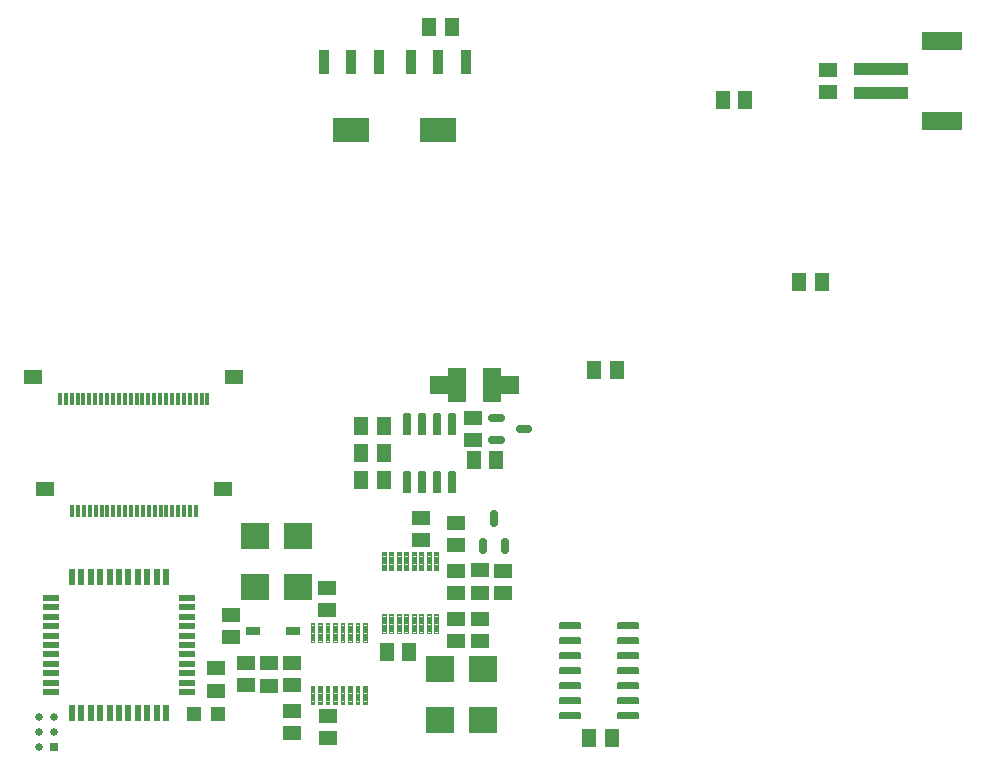
<source format=gbr>
G04 EAGLE Gerber RS-274X export*
G75*
%MOMM*%
%FSLAX34Y34*%
%LPD*%
%INSolderpaste Top*%
%IPPOS*%
%AMOC8*
5,1,8,0,0,1.08239X$1,22.5*%
G01*
%ADD10R,1.300000X1.500000*%
%ADD11R,0.300000X1.000000*%
%ADD12R,1.650000X1.300000*%
%ADD13R,0.508000X1.473200*%
%ADD14R,1.473200X0.508000*%
%ADD15R,1.200000X1.200000*%
%ADD16R,1.600000X1.300000*%
%ADD17C,0.150000*%
%ADD18R,1.300000X1.600000*%
%ADD19C,0.635000*%
%ADD20R,0.635000X0.635000*%
%ADD21R,1.526859X1.500372*%
%ADD22R,1.499759X1.500078*%
%ADD23R,1.500000X3.000000*%
%ADD24C,0.650000*%
%ADD25R,1.500000X1.300000*%
%ADD26R,4.600000X1.000000*%
%ADD27R,3.400000X1.600000*%
%ADD28R,0.950000X2.150000*%
%ADD29R,3.150000X2.150000*%
%ADD30C,0.102500*%
%ADD31R,2.413000X2.260600*%
%ADD32R,1.150000X0.800000*%


D10*
X722020Y407670D03*
X741020Y407670D03*
X548284Y332994D03*
X567284Y332994D03*
D11*
X211250Y213360D03*
D12*
X234000Y232360D03*
X83500Y232360D03*
D11*
X206250Y213360D03*
X201250Y213360D03*
X196250Y213360D03*
X191250Y213360D03*
X186250Y213360D03*
X181250Y213360D03*
X176250Y213360D03*
X171250Y213360D03*
X166250Y213360D03*
X161250Y213360D03*
X156250Y213360D03*
X151250Y213360D03*
X146250Y213360D03*
X141250Y213360D03*
X136250Y213360D03*
X131250Y213360D03*
X126250Y213360D03*
X121250Y213360D03*
X116250Y213360D03*
X111250Y213360D03*
X106250Y213360D03*
X220940Y308250D03*
X215940Y308250D03*
X210940Y308250D03*
X205940Y308250D03*
X200940Y308250D03*
X195940Y308250D03*
X190940Y308250D03*
X185940Y308250D03*
X180940Y308250D03*
X175940Y308250D03*
X170940Y308250D03*
X165940Y308250D03*
X160940Y308250D03*
X155940Y308250D03*
X150940Y308250D03*
X145940Y308250D03*
X140940Y308250D03*
X135940Y308250D03*
X130940Y308250D03*
X125940Y308250D03*
X120940Y308250D03*
X115940Y308250D03*
X110940Y308250D03*
X105940Y308250D03*
X100940Y308250D03*
X95940Y308250D03*
D12*
X243440Y327250D03*
X73440Y327250D03*
D13*
X106172Y42926D03*
X114046Y42926D03*
X122174Y42926D03*
X130048Y42926D03*
X138176Y42926D03*
X146050Y42926D03*
X153924Y42926D03*
X162052Y42926D03*
X169926Y42926D03*
X178054Y42926D03*
X185928Y42926D03*
D14*
X203454Y60452D03*
X203454Y68326D03*
X203454Y76454D03*
X203454Y84328D03*
X203454Y92456D03*
X203454Y100330D03*
X203454Y108204D03*
X203454Y116332D03*
X203454Y124206D03*
X203454Y132334D03*
X203454Y140208D03*
D13*
X185928Y157734D03*
X178054Y157734D03*
X169926Y157734D03*
X162052Y157734D03*
X153924Y157734D03*
X146050Y157734D03*
X138176Y157734D03*
X130048Y157734D03*
X122174Y157734D03*
X114046Y157734D03*
X106172Y157734D03*
D14*
X88646Y140208D03*
X88646Y132334D03*
X88646Y124206D03*
X88646Y116332D03*
X88646Y108204D03*
X88646Y100330D03*
X88646Y92456D03*
X88646Y84328D03*
X88646Y76454D03*
X88646Y68326D03*
X88646Y60452D03*
D15*
X230210Y41910D03*
X209210Y41910D03*
D16*
X228600Y61620D03*
X228600Y80620D03*
D17*
X392140Y229590D02*
X392140Y247090D01*
X392140Y229590D02*
X387640Y229590D01*
X387640Y247090D01*
X392140Y247090D01*
X392140Y231015D02*
X387640Y231015D01*
X387640Y232440D02*
X392140Y232440D01*
X392140Y233865D02*
X387640Y233865D01*
X387640Y235290D02*
X392140Y235290D01*
X392140Y236715D02*
X387640Y236715D01*
X387640Y238140D02*
X392140Y238140D01*
X392140Y239565D02*
X387640Y239565D01*
X387640Y240990D02*
X392140Y240990D01*
X392140Y242415D02*
X387640Y242415D01*
X387640Y243840D02*
X392140Y243840D01*
X392140Y245265D02*
X387640Y245265D01*
X387640Y246690D02*
X392140Y246690D01*
X404840Y247090D02*
X404840Y229590D01*
X400340Y229590D01*
X400340Y247090D01*
X404840Y247090D01*
X404840Y231015D02*
X400340Y231015D01*
X400340Y232440D02*
X404840Y232440D01*
X404840Y233865D02*
X400340Y233865D01*
X400340Y235290D02*
X404840Y235290D01*
X404840Y236715D02*
X400340Y236715D01*
X400340Y238140D02*
X404840Y238140D01*
X404840Y239565D02*
X400340Y239565D01*
X400340Y240990D02*
X404840Y240990D01*
X404840Y242415D02*
X400340Y242415D01*
X400340Y243840D02*
X404840Y243840D01*
X404840Y245265D02*
X400340Y245265D01*
X400340Y246690D02*
X404840Y246690D01*
X417540Y247090D02*
X417540Y229590D01*
X413040Y229590D01*
X413040Y247090D01*
X417540Y247090D01*
X417540Y231015D02*
X413040Y231015D01*
X413040Y232440D02*
X417540Y232440D01*
X417540Y233865D02*
X413040Y233865D01*
X413040Y235290D02*
X417540Y235290D01*
X417540Y236715D02*
X413040Y236715D01*
X413040Y238140D02*
X417540Y238140D01*
X417540Y239565D02*
X413040Y239565D01*
X413040Y240990D02*
X417540Y240990D01*
X417540Y242415D02*
X413040Y242415D01*
X413040Y243840D02*
X417540Y243840D01*
X417540Y245265D02*
X413040Y245265D01*
X413040Y246690D02*
X417540Y246690D01*
X430240Y247090D02*
X430240Y229590D01*
X425740Y229590D01*
X425740Y247090D01*
X430240Y247090D01*
X430240Y231015D02*
X425740Y231015D01*
X425740Y232440D02*
X430240Y232440D01*
X430240Y233865D02*
X425740Y233865D01*
X425740Y235290D02*
X430240Y235290D01*
X430240Y236715D02*
X425740Y236715D01*
X425740Y238140D02*
X430240Y238140D01*
X430240Y239565D02*
X425740Y239565D01*
X425740Y240990D02*
X430240Y240990D01*
X430240Y242415D02*
X425740Y242415D01*
X425740Y243840D02*
X430240Y243840D01*
X430240Y245265D02*
X425740Y245265D01*
X425740Y246690D02*
X430240Y246690D01*
X430240Y278690D02*
X430240Y296190D01*
X430240Y278690D02*
X425740Y278690D01*
X425740Y296190D01*
X430240Y296190D01*
X430240Y280115D02*
X425740Y280115D01*
X425740Y281540D02*
X430240Y281540D01*
X430240Y282965D02*
X425740Y282965D01*
X425740Y284390D02*
X430240Y284390D01*
X430240Y285815D02*
X425740Y285815D01*
X425740Y287240D02*
X430240Y287240D01*
X430240Y288665D02*
X425740Y288665D01*
X425740Y290090D02*
X430240Y290090D01*
X430240Y291515D02*
X425740Y291515D01*
X425740Y292940D02*
X430240Y292940D01*
X430240Y294365D02*
X425740Y294365D01*
X425740Y295790D02*
X430240Y295790D01*
X417540Y296190D02*
X417540Y278690D01*
X413040Y278690D01*
X413040Y296190D01*
X417540Y296190D01*
X417540Y280115D02*
X413040Y280115D01*
X413040Y281540D02*
X417540Y281540D01*
X417540Y282965D02*
X413040Y282965D01*
X413040Y284390D02*
X417540Y284390D01*
X417540Y285815D02*
X413040Y285815D01*
X413040Y287240D02*
X417540Y287240D01*
X417540Y288665D02*
X413040Y288665D01*
X413040Y290090D02*
X417540Y290090D01*
X417540Y291515D02*
X413040Y291515D01*
X413040Y292940D02*
X417540Y292940D01*
X417540Y294365D02*
X413040Y294365D01*
X413040Y295790D02*
X417540Y295790D01*
X404840Y296190D02*
X404840Y278690D01*
X400340Y278690D01*
X400340Y296190D01*
X404840Y296190D01*
X404840Y280115D02*
X400340Y280115D01*
X400340Y281540D02*
X404840Y281540D01*
X404840Y282965D02*
X400340Y282965D01*
X400340Y284390D02*
X404840Y284390D01*
X404840Y285815D02*
X400340Y285815D01*
X400340Y287240D02*
X404840Y287240D01*
X404840Y288665D02*
X400340Y288665D01*
X400340Y290090D02*
X404840Y290090D01*
X404840Y291515D02*
X400340Y291515D01*
X400340Y292940D02*
X404840Y292940D01*
X404840Y294365D02*
X400340Y294365D01*
X400340Y295790D02*
X404840Y295790D01*
X392140Y296190D02*
X392140Y278690D01*
X387640Y278690D01*
X387640Y296190D01*
X392140Y296190D01*
X392140Y280115D02*
X387640Y280115D01*
X387640Y281540D02*
X392140Y281540D01*
X392140Y282965D02*
X387640Y282965D01*
X387640Y284390D02*
X392140Y284390D01*
X392140Y285815D02*
X387640Y285815D01*
X387640Y287240D02*
X392140Y287240D01*
X392140Y288665D02*
X387640Y288665D01*
X387640Y290090D02*
X392140Y290090D01*
X392140Y291515D02*
X387640Y291515D01*
X387640Y292940D02*
X392140Y292940D01*
X392140Y294365D02*
X387640Y294365D01*
X387640Y295790D02*
X392140Y295790D01*
D18*
X351180Y285750D03*
X370180Y285750D03*
D17*
X568250Y42890D02*
X585750Y42890D01*
X585750Y38390D01*
X568250Y38390D01*
X568250Y42890D01*
X568250Y39815D02*
X585750Y39815D01*
X585750Y41240D02*
X568250Y41240D01*
X568250Y42665D02*
X585750Y42665D01*
X585750Y55590D02*
X568250Y55590D01*
X585750Y55590D02*
X585750Y51090D01*
X568250Y51090D01*
X568250Y55590D01*
X568250Y52515D02*
X585750Y52515D01*
X585750Y53940D02*
X568250Y53940D01*
X568250Y55365D02*
X585750Y55365D01*
X585750Y68290D02*
X568250Y68290D01*
X585750Y68290D02*
X585750Y63790D01*
X568250Y63790D01*
X568250Y68290D01*
X568250Y65215D02*
X585750Y65215D01*
X585750Y66640D02*
X568250Y66640D01*
X568250Y68065D02*
X585750Y68065D01*
X585750Y80990D02*
X568250Y80990D01*
X585750Y80990D02*
X585750Y76490D01*
X568250Y76490D01*
X568250Y80990D01*
X568250Y77915D02*
X585750Y77915D01*
X585750Y79340D02*
X568250Y79340D01*
X568250Y80765D02*
X585750Y80765D01*
X585750Y93690D02*
X568250Y93690D01*
X585750Y93690D02*
X585750Y89190D01*
X568250Y89190D01*
X568250Y93690D01*
X568250Y90615D02*
X585750Y90615D01*
X585750Y92040D02*
X568250Y92040D01*
X568250Y93465D02*
X585750Y93465D01*
X585750Y106390D02*
X568250Y106390D01*
X585750Y106390D02*
X585750Y101890D01*
X568250Y101890D01*
X568250Y106390D01*
X568250Y103315D02*
X585750Y103315D01*
X585750Y104740D02*
X568250Y104740D01*
X568250Y106165D02*
X585750Y106165D01*
X585750Y119090D02*
X568250Y119090D01*
X585750Y119090D02*
X585750Y114590D01*
X568250Y114590D01*
X568250Y119090D01*
X568250Y116015D02*
X585750Y116015D01*
X585750Y117440D02*
X568250Y117440D01*
X568250Y118865D02*
X585750Y118865D01*
X536650Y119090D02*
X519150Y119090D01*
X536650Y119090D02*
X536650Y114590D01*
X519150Y114590D01*
X519150Y119090D01*
X519150Y116015D02*
X536650Y116015D01*
X536650Y117440D02*
X519150Y117440D01*
X519150Y118865D02*
X536650Y118865D01*
X536650Y106390D02*
X519150Y106390D01*
X536650Y106390D02*
X536650Y101890D01*
X519150Y101890D01*
X519150Y106390D01*
X519150Y103315D02*
X536650Y103315D01*
X536650Y104740D02*
X519150Y104740D01*
X519150Y106165D02*
X536650Y106165D01*
X536650Y93690D02*
X519150Y93690D01*
X536650Y93690D02*
X536650Y89190D01*
X519150Y89190D01*
X519150Y93690D01*
X519150Y90615D02*
X536650Y90615D01*
X536650Y92040D02*
X519150Y92040D01*
X519150Y93465D02*
X536650Y93465D01*
X536650Y80990D02*
X519150Y80990D01*
X536650Y80990D02*
X536650Y76490D01*
X519150Y76490D01*
X519150Y80990D01*
X519150Y77915D02*
X536650Y77915D01*
X536650Y79340D02*
X519150Y79340D01*
X519150Y80765D02*
X536650Y80765D01*
X536650Y68290D02*
X519150Y68290D01*
X536650Y68290D02*
X536650Y63790D01*
X519150Y63790D01*
X519150Y68290D01*
X519150Y65215D02*
X536650Y65215D01*
X536650Y66640D02*
X519150Y66640D01*
X519150Y68065D02*
X536650Y68065D01*
X536650Y55590D02*
X519150Y55590D01*
X536650Y55590D02*
X536650Y51090D01*
X519150Y51090D01*
X519150Y55590D01*
X519150Y52515D02*
X536650Y52515D01*
X536650Y53940D02*
X519150Y53940D01*
X519150Y55365D02*
X536650Y55365D01*
X536650Y42890D02*
X519150Y42890D01*
X536650Y42890D02*
X536650Y38390D01*
X519150Y38390D01*
X519150Y42890D01*
X519150Y39815D02*
X536650Y39815D01*
X536650Y41240D02*
X519150Y41240D01*
X519150Y42665D02*
X536650Y42665D01*
D10*
X563220Y21590D03*
X544220Y21590D03*
D19*
X78740Y13970D03*
X78740Y26670D03*
X78740Y39370D03*
X91440Y39370D03*
X91440Y26670D03*
D20*
X91440Y13970D03*
D21*
X417156Y320673D03*
D22*
X477041Y320675D03*
D23*
X432040Y320675D03*
X462040Y320675D03*
D24*
X462270Y292710D02*
X469770Y292710D01*
X469770Y273710D02*
X462270Y273710D01*
X485270Y283210D02*
X492770Y283210D01*
D10*
X465430Y256540D03*
X446430Y256540D03*
D25*
X445770Y292710D03*
X445770Y273710D03*
D18*
X370180Y240030D03*
X351180Y240030D03*
X370180Y262890D03*
X351180Y262890D03*
D25*
X746760Y568350D03*
X746760Y587350D03*
D10*
X676250Y561340D03*
X657250Y561340D03*
D26*
X791040Y587850D03*
X791040Y567850D03*
D27*
X843040Y611850D03*
X843040Y543850D03*
D28*
X365900Y594150D03*
X342900Y594150D03*
X319900Y594150D03*
D29*
X342900Y536150D03*
D28*
X439560Y594150D03*
X416560Y594150D03*
X393560Y594150D03*
D29*
X416560Y536150D03*
D10*
X427940Y623720D03*
X408940Y623720D03*
D30*
X371743Y126118D02*
X371743Y110742D01*
X368667Y110742D01*
X368667Y126118D01*
X371743Y126118D01*
X371743Y111716D02*
X368667Y111716D01*
X368667Y112690D02*
X371743Y112690D01*
X371743Y113664D02*
X368667Y113664D01*
X368667Y114638D02*
X371743Y114638D01*
X371743Y115612D02*
X368667Y115612D01*
X368667Y116586D02*
X371743Y116586D01*
X371743Y117560D02*
X368667Y117560D01*
X368667Y118534D02*
X371743Y118534D01*
X371743Y119508D02*
X368667Y119508D01*
X368667Y120482D02*
X371743Y120482D01*
X371743Y121456D02*
X368667Y121456D01*
X368667Y122430D02*
X371743Y122430D01*
X371743Y123404D02*
X368667Y123404D01*
X368667Y124378D02*
X371743Y124378D01*
X371743Y125352D02*
X368667Y125352D01*
X378093Y126118D02*
X378093Y110742D01*
X375017Y110742D01*
X375017Y126118D01*
X378093Y126118D01*
X378093Y111716D02*
X375017Y111716D01*
X375017Y112690D02*
X378093Y112690D01*
X378093Y113664D02*
X375017Y113664D01*
X375017Y114638D02*
X378093Y114638D01*
X378093Y115612D02*
X375017Y115612D01*
X375017Y116586D02*
X378093Y116586D01*
X378093Y117560D02*
X375017Y117560D01*
X375017Y118534D02*
X378093Y118534D01*
X378093Y119508D02*
X375017Y119508D01*
X375017Y120482D02*
X378093Y120482D01*
X378093Y121456D02*
X375017Y121456D01*
X375017Y122430D02*
X378093Y122430D01*
X378093Y123404D02*
X375017Y123404D01*
X375017Y124378D02*
X378093Y124378D01*
X378093Y125352D02*
X375017Y125352D01*
X384443Y126118D02*
X384443Y110742D01*
X381367Y110742D01*
X381367Y126118D01*
X384443Y126118D01*
X384443Y111716D02*
X381367Y111716D01*
X381367Y112690D02*
X384443Y112690D01*
X384443Y113664D02*
X381367Y113664D01*
X381367Y114638D02*
X384443Y114638D01*
X384443Y115612D02*
X381367Y115612D01*
X381367Y116586D02*
X384443Y116586D01*
X384443Y117560D02*
X381367Y117560D01*
X381367Y118534D02*
X384443Y118534D01*
X384443Y119508D02*
X381367Y119508D01*
X381367Y120482D02*
X384443Y120482D01*
X384443Y121456D02*
X381367Y121456D01*
X381367Y122430D02*
X384443Y122430D01*
X384443Y123404D02*
X381367Y123404D01*
X381367Y124378D02*
X384443Y124378D01*
X384443Y125352D02*
X381367Y125352D01*
X390793Y126118D02*
X390793Y110742D01*
X387717Y110742D01*
X387717Y126118D01*
X390793Y126118D01*
X390793Y111716D02*
X387717Y111716D01*
X387717Y112690D02*
X390793Y112690D01*
X390793Y113664D02*
X387717Y113664D01*
X387717Y114638D02*
X390793Y114638D01*
X390793Y115612D02*
X387717Y115612D01*
X387717Y116586D02*
X390793Y116586D01*
X390793Y117560D02*
X387717Y117560D01*
X387717Y118534D02*
X390793Y118534D01*
X390793Y119508D02*
X387717Y119508D01*
X387717Y120482D02*
X390793Y120482D01*
X390793Y121456D02*
X387717Y121456D01*
X387717Y122430D02*
X390793Y122430D01*
X390793Y123404D02*
X387717Y123404D01*
X387717Y124378D02*
X390793Y124378D01*
X390793Y125352D02*
X387717Y125352D01*
X397143Y126118D02*
X397143Y110742D01*
X394067Y110742D01*
X394067Y126118D01*
X397143Y126118D01*
X397143Y111716D02*
X394067Y111716D01*
X394067Y112690D02*
X397143Y112690D01*
X397143Y113664D02*
X394067Y113664D01*
X394067Y114638D02*
X397143Y114638D01*
X397143Y115612D02*
X394067Y115612D01*
X394067Y116586D02*
X397143Y116586D01*
X397143Y117560D02*
X394067Y117560D01*
X394067Y118534D02*
X397143Y118534D01*
X397143Y119508D02*
X394067Y119508D01*
X394067Y120482D02*
X397143Y120482D01*
X397143Y121456D02*
X394067Y121456D01*
X394067Y122430D02*
X397143Y122430D01*
X397143Y123404D02*
X394067Y123404D01*
X394067Y124378D02*
X397143Y124378D01*
X397143Y125352D02*
X394067Y125352D01*
X403493Y126118D02*
X403493Y110742D01*
X400417Y110742D01*
X400417Y126118D01*
X403493Y126118D01*
X403493Y111716D02*
X400417Y111716D01*
X400417Y112690D02*
X403493Y112690D01*
X403493Y113664D02*
X400417Y113664D01*
X400417Y114638D02*
X403493Y114638D01*
X403493Y115612D02*
X400417Y115612D01*
X400417Y116586D02*
X403493Y116586D01*
X403493Y117560D02*
X400417Y117560D01*
X400417Y118534D02*
X403493Y118534D01*
X403493Y119508D02*
X400417Y119508D01*
X400417Y120482D02*
X403493Y120482D01*
X403493Y121456D02*
X400417Y121456D01*
X400417Y122430D02*
X403493Y122430D01*
X403493Y123404D02*
X400417Y123404D01*
X400417Y124378D02*
X403493Y124378D01*
X403493Y125352D02*
X400417Y125352D01*
X409843Y126118D02*
X409843Y110742D01*
X406767Y110742D01*
X406767Y126118D01*
X409843Y126118D01*
X409843Y111716D02*
X406767Y111716D01*
X406767Y112690D02*
X409843Y112690D01*
X409843Y113664D02*
X406767Y113664D01*
X406767Y114638D02*
X409843Y114638D01*
X409843Y115612D02*
X406767Y115612D01*
X406767Y116586D02*
X409843Y116586D01*
X409843Y117560D02*
X406767Y117560D01*
X406767Y118534D02*
X409843Y118534D01*
X409843Y119508D02*
X406767Y119508D01*
X406767Y120482D02*
X409843Y120482D01*
X409843Y121456D02*
X406767Y121456D01*
X406767Y122430D02*
X409843Y122430D01*
X409843Y123404D02*
X406767Y123404D01*
X406767Y124378D02*
X409843Y124378D01*
X409843Y125352D02*
X406767Y125352D01*
X416193Y126118D02*
X416193Y110742D01*
X413117Y110742D01*
X413117Y126118D01*
X416193Y126118D01*
X416193Y111716D02*
X413117Y111716D01*
X413117Y112690D02*
X416193Y112690D01*
X416193Y113664D02*
X413117Y113664D01*
X413117Y114638D02*
X416193Y114638D01*
X416193Y115612D02*
X413117Y115612D01*
X413117Y116586D02*
X416193Y116586D01*
X416193Y117560D02*
X413117Y117560D01*
X413117Y118534D02*
X416193Y118534D01*
X416193Y119508D02*
X413117Y119508D01*
X413117Y120482D02*
X416193Y120482D01*
X416193Y121456D02*
X413117Y121456D01*
X413117Y122430D02*
X416193Y122430D01*
X416193Y123404D02*
X413117Y123404D01*
X413117Y124378D02*
X416193Y124378D01*
X416193Y125352D02*
X413117Y125352D01*
X416193Y163442D02*
X416193Y178818D01*
X416193Y163442D02*
X413117Y163442D01*
X413117Y178818D01*
X416193Y178818D01*
X416193Y164416D02*
X413117Y164416D01*
X413117Y165390D02*
X416193Y165390D01*
X416193Y166364D02*
X413117Y166364D01*
X413117Y167338D02*
X416193Y167338D01*
X416193Y168312D02*
X413117Y168312D01*
X413117Y169286D02*
X416193Y169286D01*
X416193Y170260D02*
X413117Y170260D01*
X413117Y171234D02*
X416193Y171234D01*
X416193Y172208D02*
X413117Y172208D01*
X413117Y173182D02*
X416193Y173182D01*
X416193Y174156D02*
X413117Y174156D01*
X413117Y175130D02*
X416193Y175130D01*
X416193Y176104D02*
X413117Y176104D01*
X413117Y177078D02*
X416193Y177078D01*
X416193Y178052D02*
X413117Y178052D01*
X409843Y178818D02*
X409843Y163442D01*
X406767Y163442D01*
X406767Y178818D01*
X409843Y178818D01*
X409843Y164416D02*
X406767Y164416D01*
X406767Y165390D02*
X409843Y165390D01*
X409843Y166364D02*
X406767Y166364D01*
X406767Y167338D02*
X409843Y167338D01*
X409843Y168312D02*
X406767Y168312D01*
X406767Y169286D02*
X409843Y169286D01*
X409843Y170260D02*
X406767Y170260D01*
X406767Y171234D02*
X409843Y171234D01*
X409843Y172208D02*
X406767Y172208D01*
X406767Y173182D02*
X409843Y173182D01*
X409843Y174156D02*
X406767Y174156D01*
X406767Y175130D02*
X409843Y175130D01*
X409843Y176104D02*
X406767Y176104D01*
X406767Y177078D02*
X409843Y177078D01*
X409843Y178052D02*
X406767Y178052D01*
X403493Y178818D02*
X403493Y163442D01*
X400417Y163442D01*
X400417Y178818D01*
X403493Y178818D01*
X403493Y164416D02*
X400417Y164416D01*
X400417Y165390D02*
X403493Y165390D01*
X403493Y166364D02*
X400417Y166364D01*
X400417Y167338D02*
X403493Y167338D01*
X403493Y168312D02*
X400417Y168312D01*
X400417Y169286D02*
X403493Y169286D01*
X403493Y170260D02*
X400417Y170260D01*
X400417Y171234D02*
X403493Y171234D01*
X403493Y172208D02*
X400417Y172208D01*
X400417Y173182D02*
X403493Y173182D01*
X403493Y174156D02*
X400417Y174156D01*
X400417Y175130D02*
X403493Y175130D01*
X403493Y176104D02*
X400417Y176104D01*
X400417Y177078D02*
X403493Y177078D01*
X403493Y178052D02*
X400417Y178052D01*
X397143Y178818D02*
X397143Y163442D01*
X394067Y163442D01*
X394067Y178818D01*
X397143Y178818D01*
X397143Y164416D02*
X394067Y164416D01*
X394067Y165390D02*
X397143Y165390D01*
X397143Y166364D02*
X394067Y166364D01*
X394067Y167338D02*
X397143Y167338D01*
X397143Y168312D02*
X394067Y168312D01*
X394067Y169286D02*
X397143Y169286D01*
X397143Y170260D02*
X394067Y170260D01*
X394067Y171234D02*
X397143Y171234D01*
X397143Y172208D02*
X394067Y172208D01*
X394067Y173182D02*
X397143Y173182D01*
X397143Y174156D02*
X394067Y174156D01*
X394067Y175130D02*
X397143Y175130D01*
X397143Y176104D02*
X394067Y176104D01*
X394067Y177078D02*
X397143Y177078D01*
X397143Y178052D02*
X394067Y178052D01*
X390793Y178818D02*
X390793Y163442D01*
X387717Y163442D01*
X387717Y178818D01*
X390793Y178818D01*
X390793Y164416D02*
X387717Y164416D01*
X387717Y165390D02*
X390793Y165390D01*
X390793Y166364D02*
X387717Y166364D01*
X387717Y167338D02*
X390793Y167338D01*
X390793Y168312D02*
X387717Y168312D01*
X387717Y169286D02*
X390793Y169286D01*
X390793Y170260D02*
X387717Y170260D01*
X387717Y171234D02*
X390793Y171234D01*
X390793Y172208D02*
X387717Y172208D01*
X387717Y173182D02*
X390793Y173182D01*
X390793Y174156D02*
X387717Y174156D01*
X387717Y175130D02*
X390793Y175130D01*
X390793Y176104D02*
X387717Y176104D01*
X387717Y177078D02*
X390793Y177078D01*
X390793Y178052D02*
X387717Y178052D01*
X384443Y178818D02*
X384443Y163442D01*
X381367Y163442D01*
X381367Y178818D01*
X384443Y178818D01*
X384443Y164416D02*
X381367Y164416D01*
X381367Y165390D02*
X384443Y165390D01*
X384443Y166364D02*
X381367Y166364D01*
X381367Y167338D02*
X384443Y167338D01*
X384443Y168312D02*
X381367Y168312D01*
X381367Y169286D02*
X384443Y169286D01*
X384443Y170260D02*
X381367Y170260D01*
X381367Y171234D02*
X384443Y171234D01*
X384443Y172208D02*
X381367Y172208D01*
X381367Y173182D02*
X384443Y173182D01*
X384443Y174156D02*
X381367Y174156D01*
X381367Y175130D02*
X384443Y175130D01*
X384443Y176104D02*
X381367Y176104D01*
X381367Y177078D02*
X384443Y177078D01*
X384443Y178052D02*
X381367Y178052D01*
X378093Y178818D02*
X378093Y163442D01*
X375017Y163442D01*
X375017Y178818D01*
X378093Y178818D01*
X378093Y164416D02*
X375017Y164416D01*
X375017Y165390D02*
X378093Y165390D01*
X378093Y166364D02*
X375017Y166364D01*
X375017Y167338D02*
X378093Y167338D01*
X378093Y168312D02*
X375017Y168312D01*
X375017Y169286D02*
X378093Y169286D01*
X378093Y170260D02*
X375017Y170260D01*
X375017Y171234D02*
X378093Y171234D01*
X378093Y172208D02*
X375017Y172208D01*
X375017Y173182D02*
X378093Y173182D01*
X378093Y174156D02*
X375017Y174156D01*
X375017Y175130D02*
X378093Y175130D01*
X378093Y176104D02*
X375017Y176104D01*
X375017Y177078D02*
X378093Y177078D01*
X378093Y178052D02*
X375017Y178052D01*
X371743Y178818D02*
X371743Y163442D01*
X368667Y163442D01*
X368667Y178818D01*
X371743Y178818D01*
X371743Y164416D02*
X368667Y164416D01*
X368667Y165390D02*
X371743Y165390D01*
X371743Y166364D02*
X368667Y166364D01*
X368667Y167338D02*
X371743Y167338D01*
X371743Y168312D02*
X368667Y168312D01*
X368667Y169286D02*
X371743Y169286D01*
X371743Y170260D02*
X368667Y170260D01*
X368667Y171234D02*
X371743Y171234D01*
X371743Y172208D02*
X368667Y172208D01*
X368667Y173182D02*
X371743Y173182D01*
X371743Y174156D02*
X368667Y174156D01*
X368667Y175130D02*
X371743Y175130D01*
X371743Y176104D02*
X368667Y176104D01*
X368667Y177078D02*
X371743Y177078D01*
X371743Y178052D02*
X368667Y178052D01*
D24*
X454050Y180330D02*
X454050Y187830D01*
X473050Y187830D02*
X473050Y180330D01*
X463550Y203330D02*
X463550Y210830D01*
D25*
X431800Y144170D03*
X431800Y163170D03*
X431800Y184810D03*
X431800Y203810D03*
X471170Y144170D03*
X471170Y163170D03*
X452120Y122530D03*
X452120Y103530D03*
X431800Y122530D03*
X431800Y103530D03*
X401701Y189128D03*
X401701Y208128D03*
D10*
X391770Y94615D03*
X372770Y94615D03*
D25*
X451612Y163424D03*
X451612Y144424D03*
D31*
X417830Y79756D03*
X417830Y37084D03*
X454660Y79756D03*
X454660Y37084D03*
D30*
X352792Y103117D02*
X352792Y118493D01*
X355868Y118493D01*
X355868Y103117D01*
X352792Y103117D01*
X352792Y104091D02*
X355868Y104091D01*
X355868Y105065D02*
X352792Y105065D01*
X352792Y106039D02*
X355868Y106039D01*
X355868Y107013D02*
X352792Y107013D01*
X352792Y107987D02*
X355868Y107987D01*
X355868Y108961D02*
X352792Y108961D01*
X352792Y109935D02*
X355868Y109935D01*
X355868Y110909D02*
X352792Y110909D01*
X352792Y111883D02*
X355868Y111883D01*
X355868Y112857D02*
X352792Y112857D01*
X352792Y113831D02*
X355868Y113831D01*
X355868Y114805D02*
X352792Y114805D01*
X352792Y115779D02*
X355868Y115779D01*
X355868Y116753D02*
X352792Y116753D01*
X352792Y117727D02*
X355868Y117727D01*
X346442Y118493D02*
X346442Y103117D01*
X346442Y118493D02*
X349518Y118493D01*
X349518Y103117D01*
X346442Y103117D01*
X346442Y104091D02*
X349518Y104091D01*
X349518Y105065D02*
X346442Y105065D01*
X346442Y106039D02*
X349518Y106039D01*
X349518Y107013D02*
X346442Y107013D01*
X346442Y107987D02*
X349518Y107987D01*
X349518Y108961D02*
X346442Y108961D01*
X346442Y109935D02*
X349518Y109935D01*
X349518Y110909D02*
X346442Y110909D01*
X346442Y111883D02*
X349518Y111883D01*
X349518Y112857D02*
X346442Y112857D01*
X346442Y113831D02*
X349518Y113831D01*
X349518Y114805D02*
X346442Y114805D01*
X346442Y115779D02*
X349518Y115779D01*
X349518Y116753D02*
X346442Y116753D01*
X346442Y117727D02*
X349518Y117727D01*
X340092Y118493D02*
X340092Y103117D01*
X340092Y118493D02*
X343168Y118493D01*
X343168Y103117D01*
X340092Y103117D01*
X340092Y104091D02*
X343168Y104091D01*
X343168Y105065D02*
X340092Y105065D01*
X340092Y106039D02*
X343168Y106039D01*
X343168Y107013D02*
X340092Y107013D01*
X340092Y107987D02*
X343168Y107987D01*
X343168Y108961D02*
X340092Y108961D01*
X340092Y109935D02*
X343168Y109935D01*
X343168Y110909D02*
X340092Y110909D01*
X340092Y111883D02*
X343168Y111883D01*
X343168Y112857D02*
X340092Y112857D01*
X340092Y113831D02*
X343168Y113831D01*
X343168Y114805D02*
X340092Y114805D01*
X340092Y115779D02*
X343168Y115779D01*
X343168Y116753D02*
X340092Y116753D01*
X340092Y117727D02*
X343168Y117727D01*
X333742Y118493D02*
X333742Y103117D01*
X333742Y118493D02*
X336818Y118493D01*
X336818Y103117D01*
X333742Y103117D01*
X333742Y104091D02*
X336818Y104091D01*
X336818Y105065D02*
X333742Y105065D01*
X333742Y106039D02*
X336818Y106039D01*
X336818Y107013D02*
X333742Y107013D01*
X333742Y107987D02*
X336818Y107987D01*
X336818Y108961D02*
X333742Y108961D01*
X333742Y109935D02*
X336818Y109935D01*
X336818Y110909D02*
X333742Y110909D01*
X333742Y111883D02*
X336818Y111883D01*
X336818Y112857D02*
X333742Y112857D01*
X333742Y113831D02*
X336818Y113831D01*
X336818Y114805D02*
X333742Y114805D01*
X333742Y115779D02*
X336818Y115779D01*
X336818Y116753D02*
X333742Y116753D01*
X333742Y117727D02*
X336818Y117727D01*
X327392Y118493D02*
X327392Y103117D01*
X327392Y118493D02*
X330468Y118493D01*
X330468Y103117D01*
X327392Y103117D01*
X327392Y104091D02*
X330468Y104091D01*
X330468Y105065D02*
X327392Y105065D01*
X327392Y106039D02*
X330468Y106039D01*
X330468Y107013D02*
X327392Y107013D01*
X327392Y107987D02*
X330468Y107987D01*
X330468Y108961D02*
X327392Y108961D01*
X327392Y109935D02*
X330468Y109935D01*
X330468Y110909D02*
X327392Y110909D01*
X327392Y111883D02*
X330468Y111883D01*
X330468Y112857D02*
X327392Y112857D01*
X327392Y113831D02*
X330468Y113831D01*
X330468Y114805D02*
X327392Y114805D01*
X327392Y115779D02*
X330468Y115779D01*
X330468Y116753D02*
X327392Y116753D01*
X327392Y117727D02*
X330468Y117727D01*
X321042Y118493D02*
X321042Y103117D01*
X321042Y118493D02*
X324118Y118493D01*
X324118Y103117D01*
X321042Y103117D01*
X321042Y104091D02*
X324118Y104091D01*
X324118Y105065D02*
X321042Y105065D01*
X321042Y106039D02*
X324118Y106039D01*
X324118Y107013D02*
X321042Y107013D01*
X321042Y107987D02*
X324118Y107987D01*
X324118Y108961D02*
X321042Y108961D01*
X321042Y109935D02*
X324118Y109935D01*
X324118Y110909D02*
X321042Y110909D01*
X321042Y111883D02*
X324118Y111883D01*
X324118Y112857D02*
X321042Y112857D01*
X321042Y113831D02*
X324118Y113831D01*
X324118Y114805D02*
X321042Y114805D01*
X321042Y115779D02*
X324118Y115779D01*
X324118Y116753D02*
X321042Y116753D01*
X321042Y117727D02*
X324118Y117727D01*
X314692Y118493D02*
X314692Y103117D01*
X314692Y118493D02*
X317768Y118493D01*
X317768Y103117D01*
X314692Y103117D01*
X314692Y104091D02*
X317768Y104091D01*
X317768Y105065D02*
X314692Y105065D01*
X314692Y106039D02*
X317768Y106039D01*
X317768Y107013D02*
X314692Y107013D01*
X314692Y107987D02*
X317768Y107987D01*
X317768Y108961D02*
X314692Y108961D01*
X314692Y109935D02*
X317768Y109935D01*
X317768Y110909D02*
X314692Y110909D01*
X314692Y111883D02*
X317768Y111883D01*
X317768Y112857D02*
X314692Y112857D01*
X314692Y113831D02*
X317768Y113831D01*
X317768Y114805D02*
X314692Y114805D01*
X314692Y115779D02*
X317768Y115779D01*
X317768Y116753D02*
X314692Y116753D01*
X314692Y117727D02*
X317768Y117727D01*
X308342Y118493D02*
X308342Y103117D01*
X308342Y118493D02*
X311418Y118493D01*
X311418Y103117D01*
X308342Y103117D01*
X308342Y104091D02*
X311418Y104091D01*
X311418Y105065D02*
X308342Y105065D01*
X308342Y106039D02*
X311418Y106039D01*
X311418Y107013D02*
X308342Y107013D01*
X308342Y107987D02*
X311418Y107987D01*
X311418Y108961D02*
X308342Y108961D01*
X308342Y109935D02*
X311418Y109935D01*
X311418Y110909D02*
X308342Y110909D01*
X308342Y111883D02*
X311418Y111883D01*
X311418Y112857D02*
X308342Y112857D01*
X308342Y113831D02*
X311418Y113831D01*
X311418Y114805D02*
X308342Y114805D01*
X308342Y115779D02*
X311418Y115779D01*
X311418Y116753D02*
X308342Y116753D01*
X308342Y117727D02*
X311418Y117727D01*
X308342Y65793D02*
X308342Y50417D01*
X308342Y65793D02*
X311418Y65793D01*
X311418Y50417D01*
X308342Y50417D01*
X308342Y51391D02*
X311418Y51391D01*
X311418Y52365D02*
X308342Y52365D01*
X308342Y53339D02*
X311418Y53339D01*
X311418Y54313D02*
X308342Y54313D01*
X308342Y55287D02*
X311418Y55287D01*
X311418Y56261D02*
X308342Y56261D01*
X308342Y57235D02*
X311418Y57235D01*
X311418Y58209D02*
X308342Y58209D01*
X308342Y59183D02*
X311418Y59183D01*
X311418Y60157D02*
X308342Y60157D01*
X308342Y61131D02*
X311418Y61131D01*
X311418Y62105D02*
X308342Y62105D01*
X308342Y63079D02*
X311418Y63079D01*
X311418Y64053D02*
X308342Y64053D01*
X308342Y65027D02*
X311418Y65027D01*
X314692Y65793D02*
X314692Y50417D01*
X314692Y65793D02*
X317768Y65793D01*
X317768Y50417D01*
X314692Y50417D01*
X314692Y51391D02*
X317768Y51391D01*
X317768Y52365D02*
X314692Y52365D01*
X314692Y53339D02*
X317768Y53339D01*
X317768Y54313D02*
X314692Y54313D01*
X314692Y55287D02*
X317768Y55287D01*
X317768Y56261D02*
X314692Y56261D01*
X314692Y57235D02*
X317768Y57235D01*
X317768Y58209D02*
X314692Y58209D01*
X314692Y59183D02*
X317768Y59183D01*
X317768Y60157D02*
X314692Y60157D01*
X314692Y61131D02*
X317768Y61131D01*
X317768Y62105D02*
X314692Y62105D01*
X314692Y63079D02*
X317768Y63079D01*
X317768Y64053D02*
X314692Y64053D01*
X314692Y65027D02*
X317768Y65027D01*
X321042Y65793D02*
X321042Y50417D01*
X321042Y65793D02*
X324118Y65793D01*
X324118Y50417D01*
X321042Y50417D01*
X321042Y51391D02*
X324118Y51391D01*
X324118Y52365D02*
X321042Y52365D01*
X321042Y53339D02*
X324118Y53339D01*
X324118Y54313D02*
X321042Y54313D01*
X321042Y55287D02*
X324118Y55287D01*
X324118Y56261D02*
X321042Y56261D01*
X321042Y57235D02*
X324118Y57235D01*
X324118Y58209D02*
X321042Y58209D01*
X321042Y59183D02*
X324118Y59183D01*
X324118Y60157D02*
X321042Y60157D01*
X321042Y61131D02*
X324118Y61131D01*
X324118Y62105D02*
X321042Y62105D01*
X321042Y63079D02*
X324118Y63079D01*
X324118Y64053D02*
X321042Y64053D01*
X321042Y65027D02*
X324118Y65027D01*
X327392Y65793D02*
X327392Y50417D01*
X327392Y65793D02*
X330468Y65793D01*
X330468Y50417D01*
X327392Y50417D01*
X327392Y51391D02*
X330468Y51391D01*
X330468Y52365D02*
X327392Y52365D01*
X327392Y53339D02*
X330468Y53339D01*
X330468Y54313D02*
X327392Y54313D01*
X327392Y55287D02*
X330468Y55287D01*
X330468Y56261D02*
X327392Y56261D01*
X327392Y57235D02*
X330468Y57235D01*
X330468Y58209D02*
X327392Y58209D01*
X327392Y59183D02*
X330468Y59183D01*
X330468Y60157D02*
X327392Y60157D01*
X327392Y61131D02*
X330468Y61131D01*
X330468Y62105D02*
X327392Y62105D01*
X327392Y63079D02*
X330468Y63079D01*
X330468Y64053D02*
X327392Y64053D01*
X327392Y65027D02*
X330468Y65027D01*
X333742Y65793D02*
X333742Y50417D01*
X333742Y65793D02*
X336818Y65793D01*
X336818Y50417D01*
X333742Y50417D01*
X333742Y51391D02*
X336818Y51391D01*
X336818Y52365D02*
X333742Y52365D01*
X333742Y53339D02*
X336818Y53339D01*
X336818Y54313D02*
X333742Y54313D01*
X333742Y55287D02*
X336818Y55287D01*
X336818Y56261D02*
X333742Y56261D01*
X333742Y57235D02*
X336818Y57235D01*
X336818Y58209D02*
X333742Y58209D01*
X333742Y59183D02*
X336818Y59183D01*
X336818Y60157D02*
X333742Y60157D01*
X333742Y61131D02*
X336818Y61131D01*
X336818Y62105D02*
X333742Y62105D01*
X333742Y63079D02*
X336818Y63079D01*
X336818Y64053D02*
X333742Y64053D01*
X333742Y65027D02*
X336818Y65027D01*
X340092Y65793D02*
X340092Y50417D01*
X340092Y65793D02*
X343168Y65793D01*
X343168Y50417D01*
X340092Y50417D01*
X340092Y51391D02*
X343168Y51391D01*
X343168Y52365D02*
X340092Y52365D01*
X340092Y53339D02*
X343168Y53339D01*
X343168Y54313D02*
X340092Y54313D01*
X340092Y55287D02*
X343168Y55287D01*
X343168Y56261D02*
X340092Y56261D01*
X340092Y57235D02*
X343168Y57235D01*
X343168Y58209D02*
X340092Y58209D01*
X340092Y59183D02*
X343168Y59183D01*
X343168Y60157D02*
X340092Y60157D01*
X340092Y61131D02*
X343168Y61131D01*
X343168Y62105D02*
X340092Y62105D01*
X340092Y63079D02*
X343168Y63079D01*
X343168Y64053D02*
X340092Y64053D01*
X340092Y65027D02*
X343168Y65027D01*
X346442Y65793D02*
X346442Y50417D01*
X346442Y65793D02*
X349518Y65793D01*
X349518Y50417D01*
X346442Y50417D01*
X346442Y51391D02*
X349518Y51391D01*
X349518Y52365D02*
X346442Y52365D01*
X346442Y53339D02*
X349518Y53339D01*
X349518Y54313D02*
X346442Y54313D01*
X346442Y55287D02*
X349518Y55287D01*
X349518Y56261D02*
X346442Y56261D01*
X346442Y57235D02*
X349518Y57235D01*
X349518Y58209D02*
X346442Y58209D01*
X346442Y59183D02*
X349518Y59183D01*
X349518Y60157D02*
X346442Y60157D01*
X346442Y61131D02*
X349518Y61131D01*
X349518Y62105D02*
X346442Y62105D01*
X346442Y63079D02*
X349518Y63079D01*
X349518Y64053D02*
X346442Y64053D01*
X346442Y65027D02*
X349518Y65027D01*
X352792Y65793D02*
X352792Y50417D01*
X352792Y65793D02*
X355868Y65793D01*
X355868Y50417D01*
X352792Y50417D01*
X352792Y51391D02*
X355868Y51391D01*
X355868Y52365D02*
X352792Y52365D01*
X352792Y53339D02*
X355868Y53339D01*
X355868Y54313D02*
X352792Y54313D01*
X352792Y55287D02*
X355868Y55287D01*
X355868Y56261D02*
X352792Y56261D01*
X352792Y57235D02*
X355868Y57235D01*
X355868Y58209D02*
X352792Y58209D01*
X352792Y59183D02*
X355868Y59183D01*
X355868Y60157D02*
X352792Y60157D01*
X352792Y61131D02*
X355868Y61131D01*
X355868Y62105D02*
X352792Y62105D01*
X352792Y63079D02*
X355868Y63079D01*
X355868Y64053D02*
X352792Y64053D01*
X352792Y65027D02*
X355868Y65027D01*
D25*
X292735Y85065D03*
X292735Y66065D03*
X292735Y44425D03*
X292735Y25425D03*
X253365Y85065D03*
X253365Y66065D03*
X322834Y40107D03*
X322834Y21107D03*
X322580Y129565D03*
X322580Y148565D03*
X272923Y65811D03*
X272923Y84811D03*
D31*
X297815Y149479D03*
X297815Y192151D03*
X260985Y192151D03*
X260985Y149479D03*
D32*
X293225Y112395D03*
X259225Y112395D03*
D25*
X240665Y125705D03*
X240665Y106705D03*
M02*

</source>
